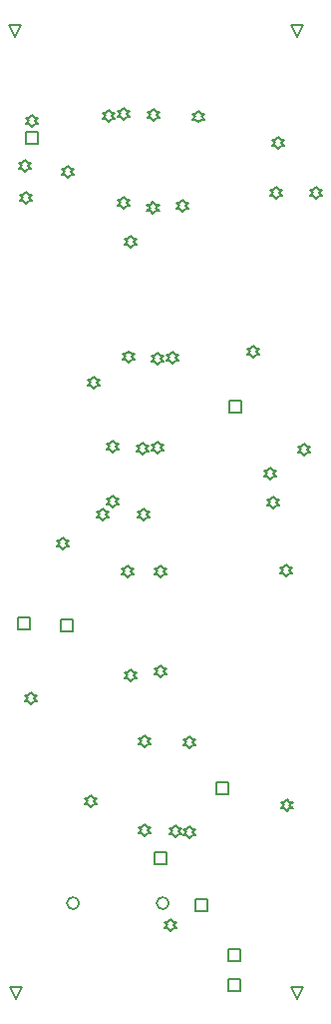
<source format=gbr>
%TF.GenerationSoftware,Altium Limited,Altium Designer,19.0.15 (446)*%
G04 Layer_Color=2752767*
%FSLAX42Y42*%
%MOMM*%
%TF.FileFunction,Drawing*%
%TF.Part,Single*%
G01*
G75*
%TA.AperFunction,NonConductor*%
%ADD74C,0.13*%
%ADD75C,0.17*%
D74*
X4249Y11442D02*
Y11543D01*
X4351D01*
Y11442D01*
X4249D01*
X5867Y5934D02*
Y6036D01*
X5968D01*
Y5934D01*
X5867D01*
X4544Y7314D02*
Y7416D01*
X4646D01*
Y7314D01*
X4544D01*
X5971Y9164D02*
Y9266D01*
X6073D01*
Y9164D01*
X5971D01*
X4174Y7327D02*
Y7428D01*
X4276D01*
Y7327D01*
X4174D01*
X5684Y4946D02*
Y5048D01*
X5786D01*
Y4946D01*
X5684D01*
X5337Y5339D02*
Y5441D01*
X5438D01*
Y5339D01*
X5337D01*
X5964Y4518D02*
Y4620D01*
X6066D01*
Y4518D01*
X5964D01*
Y4264D02*
Y4366D01*
X6066D01*
Y4264D01*
X5964D01*
X6550Y12349D02*
X6499Y12451D01*
X6601D01*
X6550Y12349D01*
X4150D02*
X4099Y12451D01*
X4201D01*
X4150Y12349D01*
X4160Y4199D02*
X4109Y4301D01*
X4211D01*
X4160Y4199D01*
X6550D02*
X6499Y4301D01*
X6601D01*
X6550Y4199D01*
X4797Y5822D02*
X4823Y5847D01*
X4848D01*
X4823Y5872D01*
X4848Y5898D01*
X4823D01*
X4797Y5923D01*
X4772Y5898D01*
X4747D01*
X4772Y5872D01*
X4747Y5847D01*
X4772D01*
X4797Y5822D01*
X6607Y8802D02*
X6633Y8827D01*
X6658D01*
X6633Y8853D01*
X6658Y8878D01*
X6633D01*
X6607Y8903D01*
X6582Y8878D01*
X6557D01*
X6582Y8853D01*
X6557Y8827D01*
X6582D01*
X6607Y8802D01*
X4560Y8009D02*
X4585Y8035D01*
X4611D01*
X4585Y8060D01*
X4611Y8085D01*
X4585D01*
X4560Y8111D01*
X4535Y8085D01*
X4509D01*
X4535Y8060D01*
X4509Y8035D01*
X4535D01*
X4560Y8009D01*
X4822Y9367D02*
X4848Y9392D01*
X4873D01*
X4848Y9418D01*
X4873Y9443D01*
X4848D01*
X4822Y9468D01*
X4797Y9443D01*
X4772D01*
X4797Y9418D01*
X4772Y9392D01*
X4797D01*
X4822Y9367D01*
X4285Y6697D02*
X4310Y6722D01*
X4336D01*
X4310Y6747D01*
X4336Y6773D01*
X4310D01*
X4285Y6798D01*
X4260Y6773D01*
X4234D01*
X4260Y6747D01*
X4234Y6722D01*
X4260D01*
X4285Y6697D01*
X6460Y5787D02*
X6485Y5812D01*
X6511D01*
X6485Y5838D01*
X6511Y5863D01*
X6485D01*
X6460Y5888D01*
X6435Y5863D01*
X6409D01*
X6435Y5838D01*
X6409Y5812D01*
X6435D01*
X6460Y5787D01*
X5247Y8249D02*
X5273Y8275D01*
X5298D01*
X5273Y8300D01*
X5298Y8325D01*
X5273D01*
X5247Y8351D01*
X5222Y8325D01*
X5197D01*
X5222Y8300D01*
X5197Y8275D01*
X5222D01*
X5247Y8249D01*
X4895D02*
X4920Y8275D01*
X4946D01*
X4920Y8300D01*
X4946Y8325D01*
X4920D01*
X4895Y8351D01*
X4870Y8325D01*
X4844D01*
X4870Y8300D01*
X4844Y8275D01*
X4870D01*
X4895Y8249D01*
X5388Y6922D02*
X5413Y6947D01*
X5438D01*
X5413Y6972D01*
X5438Y6998D01*
X5413D01*
X5388Y7023D01*
X5362Y6998D01*
X5337D01*
X5362Y6972D01*
X5337Y6947D01*
X5362D01*
X5388Y6922D01*
X5133Y6887D02*
X5158Y6912D01*
X5184D01*
X5158Y6938D01*
X5184Y6963D01*
X5158D01*
X5133Y6988D01*
X5107Y6963D01*
X5082D01*
X5107Y6938D01*
X5082Y6912D01*
X5107D01*
X5133Y6887D01*
X5385Y7769D02*
X5410Y7795D01*
X5436D01*
X5410Y7820D01*
X5436Y7845D01*
X5410D01*
X5385Y7871D01*
X5360Y7845D01*
X5334D01*
X5360Y7820D01*
X5334Y7795D01*
X5360D01*
X5385Y7769D01*
X6345Y8354D02*
X6370Y8380D01*
X6396D01*
X6370Y8405D01*
X6396Y8430D01*
X6370D01*
X6345Y8456D01*
X6320Y8430D01*
X6294D01*
X6320Y8405D01*
X6294Y8380D01*
X6320D01*
X6345Y8354D01*
X6710Y10977D02*
X6736Y11003D01*
X6761D01*
X6736Y11028D01*
X6761Y11053D01*
X6736D01*
X6710Y11079D01*
X6685Y11053D01*
X6660D01*
X6685Y11028D01*
X6660Y11003D01*
X6685D01*
X6710Y10977D01*
X4300Y11592D02*
X4325Y11617D01*
X4351D01*
X4325Y11643D01*
X4351Y11668D01*
X4325D01*
X4300Y11693D01*
X4275Y11668D01*
X4249D01*
X4275Y11643D01*
X4249Y11617D01*
X4275D01*
X4300Y11592D01*
X4605Y11157D02*
X4630Y11182D01*
X4656D01*
X4630Y11207D01*
X4656Y11233D01*
X4630D01*
X4605Y11258D01*
X4580Y11233D01*
X4554D01*
X4580Y11207D01*
X4554Y11182D01*
X4580D01*
X4605Y11157D01*
X6370Y10977D02*
X6395Y11002D01*
X6421D01*
X6395Y11028D01*
X6421Y11053D01*
X6395D01*
X6370Y11078D01*
X6345Y11053D01*
X6319D01*
X6345Y11028D01*
X6319Y11002D01*
X6345D01*
X6370Y10977D01*
X6385Y11402D02*
X6410Y11427D01*
X6436D01*
X6410Y11453D01*
X6436Y11478D01*
X6410D01*
X6385Y11503D01*
X6360Y11478D01*
X6334D01*
X6360Y11453D01*
X6334Y11427D01*
X6360D01*
X6385Y11402D01*
X4945Y11634D02*
X4970Y11660D01*
X4996D01*
X4970Y11685D01*
X4996Y11710D01*
X4970D01*
X4945Y11736D01*
X4920Y11710D01*
X4894D01*
X4920Y11685D01*
X4894Y11660D01*
X4920D01*
X4945Y11634D01*
X5710Y11627D02*
X5736Y11652D01*
X5761D01*
X5736Y11678D01*
X5761Y11703D01*
X5736D01*
X5710Y11728D01*
X5685Y11703D01*
X5660D01*
X5685Y11678D01*
X5660Y11652D01*
X5685D01*
X5710Y11627D01*
X5138Y10562D02*
X5163Y10587D01*
X5188D01*
X5163Y10612D01*
X5188Y10638D01*
X5163D01*
X5138Y10663D01*
X5112Y10638D01*
X5087D01*
X5112Y10612D01*
X5087Y10587D01*
X5112D01*
X5138Y10562D01*
X4245Y10939D02*
X4270Y10965D01*
X4296D01*
X4270Y10990D01*
X4296Y11015D01*
X4270D01*
X4245Y11041D01*
X4220Y11015D01*
X4194D01*
X4220Y10990D01*
X4194Y10965D01*
X4220D01*
X4245Y10939D01*
X4235Y11207D02*
X4260Y11232D01*
X4286D01*
X4260Y11257D01*
X4286Y11283D01*
X4260D01*
X4235Y11308D01*
X4210Y11283D01*
X4184D01*
X4210Y11257D01*
X4184Y11232D01*
X4210D01*
X4235Y11207D01*
X5578Y10869D02*
X5603Y10895D01*
X5628D01*
X5603Y10920D01*
X5628Y10945D01*
X5603D01*
X5578Y10971D01*
X5552Y10945D01*
X5527D01*
X5552Y10920D01*
X5527Y10895D01*
X5552D01*
X5578Y10869D01*
X5325Y10852D02*
X5350Y10877D01*
X5376D01*
X5350Y10903D01*
X5376Y10928D01*
X5350D01*
X5325Y10953D01*
X5300Y10928D01*
X5274D01*
X5300Y10903D01*
X5274Y10877D01*
X5300D01*
X5325Y10852D01*
X5072Y10892D02*
X5098Y10917D01*
X5123D01*
X5098Y10943D01*
X5123Y10968D01*
X5098D01*
X5072Y10993D01*
X5047Y10968D01*
X5022D01*
X5047Y10943D01*
X5022Y10917D01*
X5047D01*
X5072Y10892D01*
X5488Y9579D02*
X5513Y9605D01*
X5538D01*
X5513Y9630D01*
X5538Y9655D01*
X5513D01*
X5488Y9681D01*
X5462Y9655D01*
X5437D01*
X5462Y9630D01*
X5437Y9605D01*
X5462D01*
X5488Y9579D01*
X6178Y9637D02*
X6203Y9662D01*
X6228D01*
X6203Y9688D01*
X6228Y9713D01*
X6203D01*
X6178Y9738D01*
X6152Y9713D01*
X6127D01*
X6152Y9688D01*
X6127Y9662D01*
X6152D01*
X6178Y9637D01*
X6317Y8599D02*
X6343Y8625D01*
X6368D01*
X6343Y8650D01*
X6368Y8675D01*
X6343D01*
X6317Y8701D01*
X6292Y8675D01*
X6267D01*
X6292Y8650D01*
X6267Y8625D01*
X6292D01*
X6317Y8599D01*
X5117Y9587D02*
X5143Y9612D01*
X5168D01*
X5143Y9638D01*
X5168Y9663D01*
X5143D01*
X5117Y9688D01*
X5092Y9663D01*
X5067D01*
X5092Y9638D01*
X5067Y9612D01*
X5092D01*
X5117Y9587D01*
X5075Y11647D02*
X5100Y11672D01*
X5126D01*
X5100Y11697D01*
X5126Y11723D01*
X5100D01*
X5075Y11748D01*
X5050Y11723D01*
X5024D01*
X5050Y11697D01*
X5024Y11672D01*
X5050D01*
X5075Y11647D01*
X5329Y11639D02*
X5355Y11664D01*
X5380D01*
X5355Y11689D01*
X5380Y11715D01*
X5355D01*
X5329Y11740D01*
X5304Y11715D01*
X5279D01*
X5304Y11689D01*
X5279Y11664D01*
X5304D01*
X5329Y11639D01*
X4985Y8364D02*
X5010Y8390D01*
X5036D01*
X5010Y8415D01*
X5036Y8440D01*
X5010D01*
X4985Y8466D01*
X4960Y8440D01*
X4934D01*
X4960Y8415D01*
X4934Y8390D01*
X4960D01*
X4985Y8364D01*
X4979Y8826D02*
X5004Y8851D01*
X5030D01*
X5004Y8877D01*
X5030Y8902D01*
X5004D01*
X4979Y8927D01*
X4954Y8902D01*
X4928D01*
X4954Y8877D01*
X4928Y8851D01*
X4954D01*
X4979Y8826D01*
X5238Y8814D02*
X5263Y8840D01*
X5288D01*
X5263Y8865D01*
X5288Y8890D01*
X5263D01*
X5238Y8916D01*
X5212Y8890D01*
X5187D01*
X5212Y8865D01*
X5187Y8840D01*
X5212D01*
X5238Y8814D01*
X5110Y7772D02*
X5135Y7797D01*
X5161D01*
X5135Y7822D01*
X5161Y7848D01*
X5135D01*
X5110Y7873D01*
X5085Y7848D01*
X5059D01*
X5085Y7822D01*
X5059Y7797D01*
X5085D01*
X5110Y7772D01*
X5360Y8819D02*
X5385Y8845D01*
X5411D01*
X5385Y8870D01*
X5411Y8895D01*
X5385D01*
X5360Y8921D01*
X5335Y8895D01*
X5309D01*
X5335Y8870D01*
X5309Y8845D01*
X5335D01*
X5360Y8819D01*
X5360Y9574D02*
X5385Y9600D01*
X5411D01*
X5385Y9625D01*
X5411Y9650D01*
X5385D01*
X5360Y9676D01*
X5335Y9650D01*
X5309D01*
X5335Y9625D01*
X5309Y9600D01*
X5335D01*
X5360Y9574D01*
X6453Y7777D02*
X6478Y7802D01*
X6503D01*
X6478Y7828D01*
X6503Y7853D01*
X6478D01*
X6453Y7878D01*
X6427Y7853D01*
X6402D01*
X6427Y7828D01*
X6402Y7802D01*
X6427D01*
X6453Y7777D01*
X5635Y6322D02*
X5660Y6347D01*
X5686D01*
X5660Y6372D01*
X5686Y6398D01*
X5660D01*
X5635Y6423D01*
X5610Y6398D01*
X5584D01*
X5610Y6372D01*
X5584Y6347D01*
X5610D01*
X5635Y6322D01*
X5635Y5562D02*
X5661Y5588D01*
X5686D01*
X5661Y5613D01*
X5686Y5638D01*
X5661D01*
X5635Y5664D01*
X5610Y5638D01*
X5585D01*
X5610Y5613D01*
X5585Y5588D01*
X5610D01*
X5635Y5562D01*
X5512Y5569D02*
X5538Y5595D01*
X5563D01*
X5538Y5620D01*
X5563Y5645D01*
X5538D01*
X5512Y5671D01*
X5487Y5645D01*
X5462D01*
X5487Y5620D01*
X5462Y5595D01*
X5487D01*
X5512Y5569D01*
X5253Y6332D02*
X5278Y6357D01*
X5303D01*
X5278Y6383D01*
X5303Y6408D01*
X5278D01*
X5253Y6433D01*
X5227Y6408D01*
X5202D01*
X5227Y6383D01*
X5202Y6357D01*
X5227D01*
X5253Y6332D01*
X5254Y5574D02*
X5280Y5600D01*
X5305D01*
X5280Y5625D01*
X5305Y5650D01*
X5280D01*
X5254Y5676D01*
X5229Y5650D01*
X5204D01*
X5229Y5625D01*
X5204Y5600D01*
X5229D01*
X5254Y5574D01*
X5470Y4777D02*
X5495Y4802D01*
X5521D01*
X5495Y4828D01*
X5521Y4853D01*
X5495D01*
X5470Y4878D01*
X5445Y4853D01*
X5419D01*
X5445Y4828D01*
X5419Y4802D01*
X5445D01*
X5470Y4777D01*
D75*
X5458Y5010D02*
G03*
X5458Y5010I-51J0D01*
G01*
X4696D02*
G03*
X4696Y5010I-51J0D01*
G01*
%TF.MD5,a37b32f2d9456af2d50d0294dad78391*%
M02*

</source>
